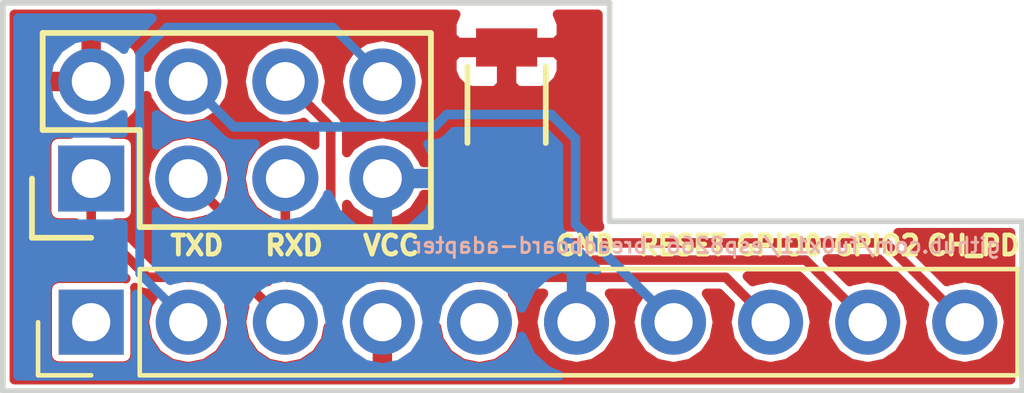
<source format=kicad_pcb>
(kicad_pcb (version 4) (host pcbnew 4.0.5-e0-6337~49~ubuntu16.04.1)

  (general
    (links 10)
    (no_connects 0)
    (area 77.516667 108.88 107.581401 126.17)
    (thickness 1.6)
    (drawings 15)
    (tracks 37)
    (zones 0)
    (modules 3)
    (nets 11)
  )

  (page A4)
  (layers
    (0 F.Cu signal)
    (31 B.Cu signal)
    (32 B.Adhes user)
    (33 F.Adhes user)
    (34 B.Paste user)
    (35 F.Paste user)
    (36 B.SilkS user hide)
    (37 F.SilkS user hide)
    (38 B.Mask user)
    (39 F.Mask user)
    (40 Dwgs.User user)
    (41 Cmts.User user)
    (42 Eco1.User user)
    (43 Eco2.User user)
    (44 Edge.Cuts user)
    (45 Margin user)
    (46 B.CrtYd user)
    (47 F.CrtYd user)
    (48 B.Fab user)
    (49 F.Fab user)
  )

  (setup
    (last_trace_width 0.23)
    (trace_clearance 0.17)
    (zone_clearance 0.1)
    (zone_45_only no)
    (trace_min 0.2)
    (segment_width 0.2)
    (edge_width 0.15)
    (via_size 0.6)
    (via_drill 0.4)
    (via_min_size 0.4)
    (via_min_drill 0.3)
    (uvia_size 0.3)
    (uvia_drill 0.1)
    (uvias_allowed no)
    (uvia_min_size 0.2)
    (uvia_min_drill 0.1)
    (pcb_text_width 0.3)
    (pcb_text_size 1.5 1.5)
    (mod_edge_width 0.15)
    (mod_text_size 1 1)
    (mod_text_width 0.15)
    (pad_size 1.524 1.524)
    (pad_drill 0.762)
    (pad_to_mask_clearance 0.2)
    (aux_axis_origin 0 0)
    (visible_elements 7FFFFFFF)
    (pcbplotparams
      (layerselection 0x00030_80000001)
      (usegerberextensions false)
      (excludeedgelayer true)
      (linewidth 0.100000)
      (plotframeref false)
      (viasonmask false)
      (mode 1)
      (useauxorigin false)
      (hpglpennumber 1)
      (hpglpenspeed 20)
      (hpglpendiameter 15)
      (hpglpenoverlay 2)
      (psnegative false)
      (psa4output false)
      (plotreference true)
      (plotvalue true)
      (plotinvisibletext false)
      (padsonsilk false)
      (subtractmaskfromsilk false)
      (outputformat 1)
      (mirror false)
      (drillshape 0)
      (scaleselection 1)
      (outputdirectory ""))
  )

  (net 0 "")
  (net 1 RXD)
  (net 2 VCC)
  (net 3 GPIO0)
  (net 4 RESET)
  (net 5 GPIO2)
  (net 6 CH_PD)
  (net 7 GND)
  (net 8 TXD)
  (net 9 "Net-(P2-Pad1)")
  (net 10 "Net-(P2-Pad5)")

  (net_class Default "This is the default net class."
    (clearance 0.17)
    (trace_width 0.23)
    (via_dia 0.6)
    (via_drill 0.4)
    (uvia_dia 0.3)
    (uvia_drill 0.1)
    (add_net CH_PD)
    (add_net GND)
    (add_net GPIO0)
    (add_net GPIO2)
    (add_net "Net-(P2-Pad1)")
    (add_net "Net-(P2-Pad5)")
    (add_net RESET)
    (add_net RXD)
    (add_net TXD)
    (add_net VCC)
  )

  (module Pin_Headers:Pin_Header_Straight_2x04 (layer F.Cu) (tedit 586387AA) (tstamp 5862B685)
    (at 82.9564 116.9924 90)
    (descr "Through hole pin header")
    (tags "pin header")
    (path /585E6580)
    (fp_text reference P1 (at 7.1374 -4.2164 180) (layer F.SilkS)
      (effects (font (size 1 1) (thickness 0.15)))
    )
    (fp_text value CONN_02X04 (at 5.8674 -0.4064 180) (layer F.Fab) hide
      (effects (font (size 1 1) (thickness 0.15)))
    )
    (fp_line (start -1.75 -1.75) (end -1.75 9.4) (layer F.CrtYd) (width 0.05))
    (fp_line (start 4.3 -1.75) (end 4.3 9.4) (layer F.CrtYd) (width 0.05))
    (fp_line (start -1.75 -1.75) (end 4.3 -1.75) (layer F.CrtYd) (width 0.05))
    (fp_line (start -1.75 9.4) (end 4.3 9.4) (layer F.CrtYd) (width 0.05))
    (fp_line (start -1.27 1.27) (end -1.27 8.89) (layer F.SilkS) (width 0.15))
    (fp_line (start -1.27 8.89) (end 3.81 8.89) (layer F.SilkS) (width 0.15))
    (fp_line (start 3.81 8.89) (end 3.81 -1.27) (layer F.SilkS) (width 0.15))
    (fp_line (start 3.81 -1.27) (end 1.27 -1.27) (layer F.SilkS) (width 0.15))
    (fp_line (start 0 -1.55) (end -1.55 -1.55) (layer F.SilkS) (width 0.15))
    (fp_line (start 1.27 -1.27) (end 1.27 1.27) (layer F.SilkS) (width 0.15))
    (fp_line (start 1.27 1.27) (end -1.27 1.27) (layer F.SilkS) (width 0.15))
    (fp_line (start -1.55 -1.55) (end -1.55 0) (layer F.SilkS) (width 0.15))
    (pad 1 thru_hole rect (at 0 0 90) (size 1.7272 1.7272) (drill 1.016) (layers *.Cu *.Mask)
      (net 1 RXD))
    (pad 2 thru_hole oval (at 2.54 0 90) (size 1.7272 1.7272) (drill 1.016) (layers *.Cu *.Mask)
      (net 2 VCC))
    (pad 3 thru_hole oval (at 0 2.54 90) (size 1.7272 1.7272) (drill 1.016) (layers *.Cu *.Mask)
      (net 3 GPIO0))
    (pad 4 thru_hole oval (at 2.54 2.54 90) (size 1.7272 1.7272) (drill 1.016) (layers *.Cu *.Mask)
      (net 4 RESET))
    (pad 5 thru_hole oval (at 0 5.08 90) (size 1.7272 1.7272) (drill 1.016) (layers *.Cu *.Mask)
      (net 5 GPIO2))
    (pad 6 thru_hole oval (at 2.54 5.08 90) (size 1.7272 1.7272) (drill 1.016) (layers *.Cu *.Mask)
      (net 6 CH_PD))
    (pad 7 thru_hole oval (at 0 7.62 90) (size 1.7272 1.7272) (drill 1.016) (layers *.Cu *.Mask)
      (net 7 GND))
    (pad 8 thru_hole oval (at 2.54 7.62 90) (size 1.7272 1.7272) (drill 1.016) (layers *.Cu *.Mask)
      (net 8 TXD))
    (model Pin_Headers.3dshapes/Pin_Header_Straight_2x04.wrl
      (at (xyz 0.05 -0.15 0))
      (scale (xyz 1 1 1))
      (rotate (xyz 0 0 90))
    )
  )

  (module Capacitors_SMD:C_1206 (layer F.Cu) (tedit 5863879D) (tstamp 5862B679)
    (at 93.8276 115.062 270)
    (descr "Capacitor SMD 1206, reflow soldering, AVX (see smccp.pdf)")
    (tags "capacitor 1206")
    (path /585F8F92)
    (attr smd)
    (fp_text reference C1 (at -2.794 -5.4864 360) (layer F.SilkS) hide
      (effects (font (size 1 1) (thickness 0.15)))
    )
    (fp_text value 100u (at -1.7145 -6.1849 360) (layer F.Fab) hide
      (effects (font (size 1 1) (thickness 0.15)))
    )
    (fp_line (start -1.6 0.8) (end -1.6 -0.8) (layer F.Fab) (width 0.15))
    (fp_line (start 1.6 0.8) (end -1.6 0.8) (layer F.Fab) (width 0.15))
    (fp_line (start 1.6 -0.8) (end 1.6 0.8) (layer F.Fab) (width 0.15))
    (fp_line (start -1.6 -0.8) (end 1.6 -0.8) (layer F.Fab) (width 0.15))
    (fp_line (start -2.3 -1.15) (end 2.3 -1.15) (layer F.CrtYd) (width 0.05))
    (fp_line (start -2.3 1.15) (end 2.3 1.15) (layer F.CrtYd) (width 0.05))
    (fp_line (start -2.3 -1.15) (end -2.3 1.15) (layer F.CrtYd) (width 0.05))
    (fp_line (start 2.3 -1.15) (end 2.3 1.15) (layer F.CrtYd) (width 0.05))
    (fp_line (start 1 -1.025) (end -1 -1.025) (layer F.SilkS) (width 0.15))
    (fp_line (start -1 1.025) (end 1 1.025) (layer F.SilkS) (width 0.15))
    (pad 1 smd rect (at -1.5 0 270) (size 1 1.6) (layers F.Cu F.Paste F.Mask)
      (net 2 VCC))
    (pad 2 smd rect (at 1.5 0 270) (size 1 1.6) (layers F.Cu F.Paste F.Mask)
      (net 7 GND))
    (model Capacitors_SMD.3dshapes/C_1206.wrl
      (at (xyz 0 0 0))
      (scale (xyz 1 1 1))
      (rotate (xyz 0 0 0))
    )
  )

  (module Pin_Headers:Pin_Header_Straight_1x10_Pitch2.54mm (layer F.Cu) (tedit 586387B1) (tstamp 58637467)
    (at 82.9564 120.7516 90)
    (descr "Through hole straight pin header, 1x10, 2.54mm pitch, single row")
    (tags "Through hole pin header THT 1x10 2.54mm single row")
    (path /5862AFF5)
    (fp_text reference P2 (at -3.0734 0.2286 180) (layer F.SilkS) hide
      (effects (font (size 1 1) (thickness 0.15)))
    )
    (fp_text value CONN_01X10 (at -4.3434 4.0386 180) (layer F.Fab) hide
      (effects (font (size 1 1) (thickness 0.15)))
    )
    (fp_line (start -1.27 -1.27) (end -1.27 24.13) (layer F.Fab) (width 0.1))
    (fp_line (start -1.27 24.13) (end 1.27 24.13) (layer F.Fab) (width 0.1))
    (fp_line (start 1.27 24.13) (end 1.27 -1.27) (layer F.Fab) (width 0.1))
    (fp_line (start 1.27 -1.27) (end -1.27 -1.27) (layer F.Fab) (width 0.1))
    (fp_line (start -1.39 1.27) (end -1.39 24.25) (layer F.SilkS) (width 0.12))
    (fp_line (start -1.39 24.25) (end 1.39 24.25) (layer F.SilkS) (width 0.12))
    (fp_line (start 1.39 24.25) (end 1.39 1.27) (layer F.SilkS) (width 0.12))
    (fp_line (start 1.39 1.27) (end -1.39 1.27) (layer F.SilkS) (width 0.12))
    (fp_line (start -1.39 0) (end -1.39 -1.39) (layer F.SilkS) (width 0.12))
    (fp_line (start -1.39 -1.39) (end 0 -1.39) (layer F.SilkS) (width 0.12))
    (fp_line (start -1.6 -1.6) (end -1.6 24.4) (layer F.CrtYd) (width 0.05))
    (fp_line (start -1.6 24.4) (end 1.6 24.4) (layer F.CrtYd) (width 0.05))
    (fp_line (start 1.6 24.4) (end 1.6 -1.6) (layer F.CrtYd) (width 0.05))
    (fp_line (start 1.6 -1.6) (end -1.6 -1.6) (layer F.CrtYd) (width 0.05))
    (pad 1 thru_hole rect (at 0 0 90) (size 1.7 1.7) (drill 1) (layers *.Cu *.Mask)
      (net 9 "Net-(P2-Pad1)"))
    (pad 2 thru_hole oval (at 0 2.54 90) (size 1.7 1.7) (drill 1) (layers *.Cu *.Mask)
      (net 8 TXD))
    (pad 3 thru_hole oval (at 0 5.08 90) (size 1.7 1.7) (drill 1) (layers *.Cu *.Mask)
      (net 1 RXD))
    (pad 4 thru_hole oval (at 0 7.62 90) (size 1.7 1.7) (drill 1) (layers *.Cu *.Mask)
      (net 2 VCC))
    (pad 5 thru_hole oval (at 0 10.16 90) (size 1.7 1.7) (drill 1) (layers *.Cu *.Mask)
      (net 10 "Net-(P2-Pad5)"))
    (pad 6 thru_hole oval (at 0 12.7 90) (size 1.7 1.7) (drill 1) (layers *.Cu *.Mask)
      (net 7 GND))
    (pad 7 thru_hole oval (at 0 15.24 90) (size 1.7 1.7) (drill 1) (layers *.Cu *.Mask)
      (net 4 RESET))
    (pad 8 thru_hole oval (at 0 17.78 90) (size 1.7 1.7) (drill 1) (layers *.Cu *.Mask)
      (net 3 GPIO0))
    (pad 9 thru_hole oval (at 0 20.32 90) (size 1.7 1.7) (drill 1) (layers *.Cu *.Mask)
      (net 5 GPIO2))
    (pad 10 thru_hole oval (at 0 22.86 90) (size 1.7 1.7) (drill 1) (layers *.Cu *.Mask)
      (net 6 CH_PD))
    (model Pin_Headers.3dshapes/Pin_Header_Straight_1x10_Pitch2.54mm.wrl
      (at (xyz 0 -0.45 0))
      (scale (xyz 1 1 1))
      (rotate (xyz 0 0 90))
    )
  )

  (gr_text CH_PD (at 106.045 118.745) (layer F.SilkS)
    (effects (font (size 0.5 0.5) (thickness 0.125)))
  )
  (gr_text GPIO2 (at 103.505 118.745) (layer F.SilkS)
    (effects (font (size 0.5 0.5) (thickness 0.125)))
  )
  (gr_text GPIO0 (at 100.965 118.745) (layer F.SilkS)
    (effects (font (size 0.5 0.5) (thickness 0.125)))
  )
  (gr_text RESET (at 98.425 118.745) (layer F.SilkS)
    (effects (font (size 0.5 0.5) (thickness 0.125)))
  )
  (gr_text GND (at 95.885 118.745) (layer F.SilkS)
    (effects (font (size 0.5 0.5) (thickness 0.125)))
  )
  (gr_text VCC (at 90.805 118.745) (layer F.SilkS)
    (effects (font (size 0.5 0.5) (thickness 0.125)))
  )
  (gr_text RXD (at 88.265 118.745) (layer F.SilkS)
    (effects (font (size 0.5 0.5) (thickness 0.125)))
  )
  (gr_text TXD (at 85.725 118.745) (layer F.SilkS)
    (effects (font (size 0.5 0.5) (thickness 0.125)))
  )
  (gr_text github.com/fu0x11/esp8266-breadboard-adapter (at 99.06 118.745) (layer B.SilkS)
    (effects (font (size 0.4 0.4) (thickness 0.075)) (justify mirror))
  )
  (gr_line (start 80.645 122.555) (end 80.645 112.395) (angle 90) (layer Edge.Cuts) (width 0.15))
  (gr_line (start 107.315 122.555) (end 80.645 122.555) (angle 90) (layer Edge.Cuts) (width 0.15))
  (gr_line (start 107.315 118.11) (end 107.315 122.555) (angle 90) (layer Edge.Cuts) (width 0.15))
  (gr_line (start 96.52 118.11) (end 107.315 118.11) (angle 90) (layer Edge.Cuts) (width 0.15))
  (gr_line (start 96.52 112.395) (end 96.52 118.11) (angle 90) (layer Edge.Cuts) (width 0.15))
  (gr_line (start 80.645 112.395) (end 96.52 112.395) (angle 90) (layer Edge.Cuts) (width 0.15))

  (segment (start 87.186401 119.901601) (end 88.0364 120.7516) (width 0.25) (layer F.Cu) (net 1))
  (segment (start 86.547876 119.901601) (end 87.186401 119.901601) (width 0.25) (layer F.Cu) (net 1))
  (segment (start 84.426411 119.576011) (end 86.222286 119.576011) (width 0.25) (layer F.Cu) (net 1))
  (segment (start 82.9564 118.106) (end 84.426411 119.576011) (width 0.25) (layer F.Cu) (net 1))
  (segment (start 82.9564 116.9924) (end 82.9564 118.106) (width 0.25) (layer F.Cu) (net 1))
  (segment (start 86.222286 119.576011) (end 86.547876 119.901601) (width 0.25) (layer F.Cu) (net 1))
  (segment (start 90.5764 120.7516) (end 90.043 120.7516) (width 0.23) (layer F.Cu) (net 2))
  (segment (start 99.886401 119.901601) (end 100.7364 120.7516) (width 0.25) (layer F.Cu) (net 3))
  (segment (start 85.4964 116.9924) (end 88.080599 119.576599) (width 0.25) (layer F.Cu) (net 3))
  (segment (start 88.080599 119.576599) (end 99.561399 119.576599) (width 0.25) (layer F.Cu) (net 3))
  (segment (start 99.561399 119.576599) (end 99.886401 119.901601) (width 0.25) (layer F.Cu) (net 3))
  (segment (start 95.631 115.951) (end 95.631 118.1862) (width 0.25) (layer B.Cu) (net 4))
  (segment (start 95.631 118.1862) (end 98.1964 120.7516) (width 0.25) (layer B.Cu) (net 4))
  (segment (start 94.996 115.316) (end 95.631 115.951) (width 0.25) (layer B.Cu) (net 4))
  (segment (start 92.2655 115.316) (end 94.996 115.316) (width 0.25) (layer B.Cu) (net 4))
  (segment (start 91.940499 115.641001) (end 92.2655 115.316) (width 0.25) (layer B.Cu) (net 4))
  (segment (start 85.4964 114.4524) (end 86.685001 115.641001) (width 0.25) (layer B.Cu) (net 4))
  (segment (start 86.685001 115.641001) (end 91.940499 115.641001) (width 0.25) (layer B.Cu) (net 4))
  (segment (start 102.426401 119.901601) (end 103.2764 120.7516) (width 0.25) (layer F.Cu) (net 5))
  (segment (start 101.651388 119.126588) (end 102.426401 119.901601) (width 0.25) (layer F.Cu) (net 5))
  (segment (start 88.949274 119.126588) (end 101.651388 119.126588) (width 0.25) (layer F.Cu) (net 5))
  (segment (start 88.0364 118.213714) (end 88.949274 119.126588) (width 0.25) (layer F.Cu) (net 5))
  (segment (start 88.0364 116.9924) (end 88.0364 118.213714) (width 0.25) (layer F.Cu) (net 5))
  (segment (start 89.225001 118.308001) (end 89.593577 118.676577) (width 0.25) (layer F.Cu) (net 6))
  (segment (start 104.966401 119.901601) (end 105.8164 120.7516) (width 0.25) (layer F.Cu) (net 6))
  (segment (start 88.0364 114.4524) (end 89.225001 115.641001) (width 0.25) (layer F.Cu) (net 6))
  (segment (start 89.593577 118.676577) (end 103.741377 118.676577) (width 0.25) (layer F.Cu) (net 6))
  (segment (start 89.225001 115.641001) (end 89.225001 118.308001) (width 0.25) (layer F.Cu) (net 6))
  (segment (start 103.741377 118.676577) (end 104.966401 119.901601) (width 0.25) (layer F.Cu) (net 6))
  (segment (start 90.5764 116.9924) (end 93.3972 116.9924) (width 0.25) (layer F.Cu) (net 7))
  (segment (start 93.3972 116.9924) (end 93.8276 116.562) (width 0.25) (layer F.Cu) (net 7))
  (segment (start 90.5764 114.4524) (end 90.5764 114.3254) (width 0.23) (layer B.Cu) (net 8))
  (segment (start 90.5764 114.3254) (end 89.281 113.03) (width 0.23) (layer B.Cu) (net 8) (tstamp 5863D904))
  (segment (start 89.281 113.03) (end 84.9376 113.03) (width 0.23) (layer B.Cu) (net 8) (tstamp 5863D906))
  (segment (start 84.9376 113.03) (end 84.2264 113.7412) (width 0.23) (layer B.Cu) (net 8) (tstamp 5863D90D))
  (segment (start 84.2264 113.7412) (end 84.2264 119.4816) (width 0.23) (layer B.Cu) (net 8) (tstamp 5863D910))
  (segment (start 84.2264 119.4816) (end 85.4964 120.7516) (width 0.23) (layer B.Cu) (net 8) (tstamp 5863D91E))

  (zone (net 2) (net_name VCC) (layer F.Cu) (tstamp 586380AB) (hatch edge 0.508)
    (connect_pads (clearance 0.1))
    (min_thickness 0.254)
    (fill yes (arc_segments 16) (thermal_gap 0.508) (thermal_bridge_width 0.508))
    (polygon
      (pts
        (xy 96.3422 118.11) (xy 107.315 118.11) (xy 107.315 122.5804) (xy 80.645 122.5804) (xy 80.645 112.395)
        (xy 96.3422 112.395)
      )
    )
    (filled_polygon
      (pts
        (xy 92.489273 112.702302) (xy 92.3926 112.935691) (xy 92.3926 113.27625) (xy 92.55135 113.435) (xy 93.7006 113.435)
        (xy 93.7006 113.415) (xy 93.9546 113.415) (xy 93.9546 113.435) (xy 95.10385 113.435) (xy 95.2626 113.27625)
        (xy 95.2626 112.935691) (xy 95.165927 112.702302) (xy 95.160625 112.697) (xy 96.2152 112.697) (xy 96.2152 118.11)
        (xy 96.225206 118.15941) (xy 96.228905 118.164824) (xy 96.240988 118.22557) (xy 96.26037 118.254577) (xy 89.768375 118.254577)
        (xy 89.647001 118.133203) (xy 89.647001 117.673078) (xy 89.755732 117.835805) (xy 90.132258 118.087392) (xy 90.5764 118.175737)
        (xy 91.020542 118.087392) (xy 91.397068 117.835805) (xy 91.648655 117.459279) (xy 91.657582 117.4144) (xy 93.3972 117.4144)
        (xy 93.558693 117.382277) (xy 93.584822 117.364818) (xy 94.6276 117.364818) (xy 94.737661 117.344109) (xy 94.838746 117.279062)
        (xy 94.90656 117.179813) (xy 94.930418 117.062) (xy 94.930418 116.062) (xy 94.909709 115.951939) (xy 94.844662 115.850854)
        (xy 94.745413 115.78304) (xy 94.6276 115.759182) (xy 93.0276 115.759182) (xy 92.917539 115.779891) (xy 92.816454 115.844938)
        (xy 92.74864 115.944187) (xy 92.724782 116.062) (xy 92.724782 116.5704) (xy 91.657582 116.5704) (xy 91.648655 116.525521)
        (xy 91.397068 116.148995) (xy 91.020542 115.897408) (xy 90.5764 115.809063) (xy 90.132258 115.897408) (xy 89.755732 116.148995)
        (xy 89.647001 116.311722) (xy 89.647001 115.641001) (xy 89.614878 115.479509) (xy 89.5234 115.342602) (xy 89.105219 114.924421)
        (xy 89.108655 114.919279) (xy 89.197 114.475137) (xy 89.197 114.429663) (xy 89.4158 114.429663) (xy 89.4158 114.475137)
        (xy 89.504145 114.919279) (xy 89.755732 115.295805) (xy 90.132258 115.547392) (xy 90.5764 115.635737) (xy 91.020542 115.547392)
        (xy 91.397068 115.295805) (xy 91.648655 114.919279) (xy 91.737 114.475137) (xy 91.737 114.429663) (xy 91.648655 113.985521)
        (xy 91.5566 113.84775) (xy 92.3926 113.84775) (xy 92.3926 114.188309) (xy 92.489273 114.421698) (xy 92.667901 114.600327)
        (xy 92.90129 114.697) (xy 93.54185 114.697) (xy 93.7006 114.53825) (xy 93.7006 113.689) (xy 93.9546 113.689)
        (xy 93.9546 114.53825) (xy 94.11335 114.697) (xy 94.75391 114.697) (xy 94.987299 114.600327) (xy 95.165927 114.421698)
        (xy 95.2626 114.188309) (xy 95.2626 113.84775) (xy 95.10385 113.689) (xy 93.9546 113.689) (xy 93.7006 113.689)
        (xy 92.55135 113.689) (xy 92.3926 113.84775) (xy 91.5566 113.84775) (xy 91.397068 113.608995) (xy 91.020542 113.357408)
        (xy 90.5764 113.269063) (xy 90.132258 113.357408) (xy 89.755732 113.608995) (xy 89.504145 113.985521) (xy 89.4158 114.429663)
        (xy 89.197 114.429663) (xy 89.108655 113.985521) (xy 88.857068 113.608995) (xy 88.480542 113.357408) (xy 88.0364 113.269063)
        (xy 87.592258 113.357408) (xy 87.215732 113.608995) (xy 86.964145 113.985521) (xy 86.8758 114.429663) (xy 86.8758 114.475137)
        (xy 86.964145 114.919279) (xy 87.215732 115.295805) (xy 87.592258 115.547392) (xy 88.0364 115.635737) (xy 88.480542 115.547392)
        (xy 88.512944 115.525742) (xy 88.803001 115.815799) (xy 88.803001 116.112869) (xy 88.480542 115.897408) (xy 88.0364 115.809063)
        (xy 87.592258 115.897408) (xy 87.215732 116.148995) (xy 86.964145 116.525521) (xy 86.8758 116.969663) (xy 86.8758 117.015137)
        (xy 86.964145 117.459279) (xy 87.215732 117.835805) (xy 87.592258 118.087392) (xy 87.6144 118.091796) (xy 87.6144 118.213714)
        (xy 87.646523 118.375207) (xy 87.738001 118.512113) (xy 88.380487 119.154599) (xy 88.255397 119.154599) (xy 86.565219 117.464421)
        (xy 86.568655 117.459279) (xy 86.657 117.015137) (xy 86.657 116.969663) (xy 86.568655 116.525521) (xy 86.317068 116.148995)
        (xy 85.940542 115.897408) (xy 85.4964 115.809063) (xy 85.052258 115.897408) (xy 84.675732 116.148995) (xy 84.424145 116.525521)
        (xy 84.3358 116.969663) (xy 84.3358 117.015137) (xy 84.424145 117.459279) (xy 84.675732 117.835805) (xy 85.052258 118.087392)
        (xy 85.4964 118.175737) (xy 85.940542 118.087392) (xy 85.972944 118.065742) (xy 87.584981 119.677779) (xy 87.569632 119.688034)
        (xy 87.4848 119.603202) (xy 87.347894 119.511724) (xy 87.186401 119.479601) (xy 86.722674 119.479601) (xy 86.520685 119.277612)
        (xy 86.383779 119.186134) (xy 86.222286 119.154011) (xy 84.601209 119.154011) (xy 83.606016 118.158818) (xy 83.82 118.158818)
        (xy 83.930061 118.138109) (xy 84.031146 118.073062) (xy 84.09896 117.973813) (xy 84.122818 117.856) (xy 84.122818 116.1288)
        (xy 84.102109 116.018739) (xy 84.037062 115.917654) (xy 83.937813 115.84984) (xy 83.82 115.825982) (xy 83.511897 115.825982)
        (xy 83.731347 115.735088) (xy 84.163221 115.34089) (xy 84.405277 114.824423) (xy 84.424145 114.919279) (xy 84.675732 115.295805)
        (xy 85.052258 115.547392) (xy 85.4964 115.635737) (xy 85.940542 115.547392) (xy 86.317068 115.295805) (xy 86.568655 114.919279)
        (xy 86.657 114.475137) (xy 86.657 114.429663) (xy 86.568655 113.985521) (xy 86.317068 113.608995) (xy 85.940542 113.357408)
        (xy 85.4964 113.269063) (xy 85.052258 113.357408) (xy 84.675732 113.608995) (xy 84.424145 113.985521) (xy 84.405277 114.080377)
        (xy 84.163221 113.56391) (xy 83.731347 113.169712) (xy 83.315426 112.997442) (xy 83.0834 113.118583) (xy 83.0834 114.3254)
        (xy 83.1034 114.3254) (xy 83.1034 114.5794) (xy 83.0834 114.5794) (xy 83.0834 114.5994) (xy 82.8294 114.5994)
        (xy 82.8294 114.5794) (xy 81.621931 114.5794) (xy 81.501432 114.811427) (xy 81.749579 115.34089) (xy 82.181453 115.735088)
        (xy 82.400903 115.825982) (xy 82.0928 115.825982) (xy 81.982739 115.846691) (xy 81.881654 115.911738) (xy 81.81384 116.010987)
        (xy 81.789982 116.1288) (xy 81.789982 117.856) (xy 81.810691 117.966061) (xy 81.875738 118.067146) (xy 81.974987 118.13496)
        (xy 82.0928 118.158818) (xy 82.544906 118.158818) (xy 82.566523 118.267493) (xy 82.658001 118.404399) (xy 83.864061 119.610459)
        (xy 83.8064 119.598782) (xy 82.1064 119.598782) (xy 81.996339 119.619491) (xy 81.895254 119.684538) (xy 81.82744 119.783787)
        (xy 81.803582 119.9016) (xy 81.803582 121.6016) (xy 81.824291 121.711661) (xy 81.889338 121.812746) (xy 81.988587 121.88056)
        (xy 82.1064 121.904418) (xy 83.8064 121.904418) (xy 83.916461 121.883709) (xy 84.017546 121.818662) (xy 84.08536 121.719413)
        (xy 84.109218 121.6016) (xy 84.109218 119.9016) (xy 84.09856 119.844958) (xy 84.128012 119.87441) (xy 84.264919 119.965888)
        (xy 84.426411 119.998011) (xy 84.631939 119.998011) (xy 84.43671 120.290191) (xy 84.3494 120.729129) (xy 84.3494 120.774071)
        (xy 84.43671 121.213009) (xy 84.685349 121.585122) (xy 85.057462 121.833761) (xy 85.4964 121.921071) (xy 85.935338 121.833761)
        (xy 86.307451 121.585122) (xy 86.55609 121.213009) (xy 86.6434 120.774071) (xy 86.6434 120.729129) (xy 86.562736 120.323601)
        (xy 86.970064 120.323601) (xy 86.8894 120.729129) (xy 86.8894 120.774071) (xy 86.97671 121.213009) (xy 87.225349 121.585122)
        (xy 87.597462 121.833761) (xy 88.0364 121.921071) (xy 88.475338 121.833761) (xy 88.847451 121.585122) (xy 89.09609 121.213009)
        (xy 89.162608 120.878602) (xy 89.25558 120.878602) (xy 89.134914 121.108492) (xy 89.381217 121.632958) (xy 89.809476 122.023245)
        (xy 90.21951 122.193076) (xy 90.4494 122.071755) (xy 90.4494 120.8786) (xy 90.4294 120.8786) (xy 90.4294 120.6246)
        (xy 90.4494 120.6246) (xy 90.4494 120.6046) (xy 90.7034 120.6046) (xy 90.7034 120.6246) (xy 90.7234 120.6246)
        (xy 90.7234 120.8786) (xy 90.7034 120.8786) (xy 90.7034 122.071755) (xy 90.93329 122.193076) (xy 91.343324 122.023245)
        (xy 91.771583 121.632958) (xy 92.017886 121.108492) (xy 91.89722 120.878602) (xy 91.990192 120.878602) (xy 92.05671 121.213009)
        (xy 92.305349 121.585122) (xy 92.677462 121.833761) (xy 93.1164 121.921071) (xy 93.555338 121.833761) (xy 93.927451 121.585122)
        (xy 94.17609 121.213009) (xy 94.2634 120.774071) (xy 94.2634 120.729129) (xy 94.17609 120.290191) (xy 93.981254 119.998599)
        (xy 94.791546 119.998599) (xy 94.59671 120.290191) (xy 94.5094 120.729129) (xy 94.5094 120.774071) (xy 94.59671 121.213009)
        (xy 94.845349 121.585122) (xy 95.217462 121.833761) (xy 95.6564 121.921071) (xy 96.095338 121.833761) (xy 96.467451 121.585122)
        (xy 96.71609 121.213009) (xy 96.8034 120.774071) (xy 96.8034 120.729129) (xy 96.71609 120.290191) (xy 96.521254 119.998599)
        (xy 97.331546 119.998599) (xy 97.13671 120.290191) (xy 97.0494 120.729129) (xy 97.0494 120.774071) (xy 97.13671 121.213009)
        (xy 97.385349 121.585122) (xy 97.757462 121.833761) (xy 98.1964 121.921071) (xy 98.635338 121.833761) (xy 99.007451 121.585122)
        (xy 99.25609 121.213009) (xy 99.3434 120.774071) (xy 99.3434 120.729129) (xy 99.25609 120.290191) (xy 99.061254 119.998599)
        (xy 99.386601 119.998599) (xy 99.677304 120.289302) (xy 99.67671 120.290191) (xy 99.5894 120.729129) (xy 99.5894 120.774071)
        (xy 99.67671 121.213009) (xy 99.925349 121.585122) (xy 100.297462 121.833761) (xy 100.7364 121.921071) (xy 101.175338 121.833761)
        (xy 101.547451 121.585122) (xy 101.79609 121.213009) (xy 101.8834 120.774071) (xy 101.8834 120.729129) (xy 101.79609 120.290191)
        (xy 101.547451 119.918078) (xy 101.175338 119.669439) (xy 100.7364 119.582129) (xy 100.297462 119.669439) (xy 100.269632 119.688034)
        (xy 100.130186 119.548588) (xy 101.47659 119.548588) (xy 102.217304 120.289302) (xy 102.21671 120.290191) (xy 102.1294 120.729129)
        (xy 102.1294 120.774071) (xy 102.21671 121.213009) (xy 102.465349 121.585122) (xy 102.837462 121.833761) (xy 103.2764 121.921071)
        (xy 103.715338 121.833761) (xy 104.087451 121.585122) (xy 104.33609 121.213009) (xy 104.4234 120.774071) (xy 104.4234 120.729129)
        (xy 104.33609 120.290191) (xy 104.087451 119.918078) (xy 103.715338 119.669439) (xy 103.2764 119.582129) (xy 102.837462 119.669439)
        (xy 102.809632 119.688034) (xy 102.220175 119.098577) (xy 103.566579 119.098577) (xy 104.757304 120.289302) (xy 104.75671 120.290191)
        (xy 104.6694 120.729129) (xy 104.6694 120.774071) (xy 104.75671 121.213009) (xy 105.005349 121.585122) (xy 105.377462 121.833761)
        (xy 105.8164 121.921071) (xy 106.255338 121.833761) (xy 106.627451 121.585122) (xy 106.87609 121.213009) (xy 106.9634 120.774071)
        (xy 106.9634 120.729129) (xy 106.87609 120.290191) (xy 106.627451 119.918078) (xy 106.255338 119.669439) (xy 105.8164 119.582129)
        (xy 105.377462 119.669439) (xy 105.349632 119.688034) (xy 104.073598 118.412) (xy 107.013 118.412) (xy 107.013 122.253)
        (xy 80.947 122.253) (xy 80.947 114.093373) (xy 81.501432 114.093373) (xy 81.621931 114.3254) (xy 82.8294 114.3254)
        (xy 82.8294 113.118583) (xy 82.597374 112.997442) (xy 82.181453 113.169712) (xy 81.749579 113.56391) (xy 81.501432 114.093373)
        (xy 80.947 114.093373) (xy 80.947 112.697) (xy 92.494575 112.697)
      )
    )
  )
  (zone (net 7) (net_name GND) (layer B.Cu) (tstamp 586380BA) (hatch edge 0.508)
    (connect_pads (clearance 0.2))
    (min_thickness 0.254)
    (fill yes (arc_segments 16) (thermal_gap 0.508) (thermal_bridge_width 0.508))
    (polygon
      (pts
        (xy 96.3422 118.11) (xy 107.315 118.11) (xy 107.315 122.555) (xy 80.645 122.555) (xy 80.645 112.395)
        (xy 96.3422 112.395)
      )
    )
    (filled_polygon
      (pts
        (xy 83.913859 113.428659) (xy 83.818045 113.572054) (xy 83.81119 113.606514) (xy 83.798281 113.587194) (xy 83.412023 113.329104)
        (xy 82.9564 113.238475) (xy 82.500777 113.329104) (xy 82.114519 113.587194) (xy 81.856429 113.973452) (xy 81.7658 114.429075)
        (xy 81.7658 114.475725) (xy 81.856429 114.931348) (xy 82.114519 115.317606) (xy 82.500777 115.575696) (xy 82.9564 115.666325)
        (xy 83.412023 115.575696) (xy 83.7844 115.326881) (xy 83.7844 115.795394) (xy 82.0928 115.795394) (xy 81.971621 115.818195)
        (xy 81.860326 115.889812) (xy 81.785662 115.999086) (xy 81.759394 116.1288) (xy 81.759394 117.856) (xy 81.782195 117.977179)
        (xy 81.853812 118.088474) (xy 81.963086 118.163138) (xy 82.0928 118.189406) (xy 83.7844 118.189406) (xy 83.7844 119.4816)
        (xy 83.801624 119.568194) (xy 82.1064 119.568194) (xy 81.985221 119.590995) (xy 81.873926 119.662612) (xy 81.799262 119.771886)
        (xy 81.772994 119.9016) (xy 81.772994 121.6016) (xy 81.795795 121.722779) (xy 81.867412 121.834074) (xy 81.976686 121.908738)
        (xy 82.1064 121.935006) (xy 83.8064 121.935006) (xy 83.927579 121.912205) (xy 84.038874 121.840588) (xy 84.113538 121.731314)
        (xy 84.139806 121.6016) (xy 84.139806 120.020088) (xy 84.407144 120.287426) (xy 84.3194 120.728541) (xy 84.3194 120.774659)
        (xy 84.408994 121.225077) (xy 84.664135 121.606924) (xy 85.045982 121.862065) (xy 85.4964 121.951659) (xy 85.946818 121.862065)
        (xy 86.328665 121.606924) (xy 86.583806 121.225077) (xy 86.6734 120.774659) (xy 86.6734 120.728541) (xy 86.8594 120.728541)
        (xy 86.8594 120.774659) (xy 86.948994 121.225077) (xy 87.204135 121.606924) (xy 87.585982 121.862065) (xy 88.0364 121.951659)
        (xy 88.486818 121.862065) (xy 88.868665 121.606924) (xy 89.123806 121.225077) (xy 89.2134 120.774659) (xy 89.2134 120.728541)
        (xy 89.3994 120.728541) (xy 89.3994 120.774659) (xy 89.488994 121.225077) (xy 89.744135 121.606924) (xy 90.125982 121.862065)
        (xy 90.5764 121.951659) (xy 91.026818 121.862065) (xy 91.408665 121.606924) (xy 91.663806 121.225077) (xy 91.7534 120.774659)
        (xy 91.7534 120.728541) (xy 91.663806 120.278123) (xy 91.408665 119.896276) (xy 91.026818 119.641135) (xy 90.5764 119.551541)
        (xy 90.125982 119.641135) (xy 89.744135 119.896276) (xy 89.488994 120.278123) (xy 89.3994 120.728541) (xy 89.2134 120.728541)
        (xy 89.123806 120.278123) (xy 88.868665 119.896276) (xy 88.486818 119.641135) (xy 88.0364 119.551541) (xy 87.585982 119.641135)
        (xy 87.204135 119.896276) (xy 86.948994 120.278123) (xy 86.8594 120.728541) (xy 86.6734 120.728541) (xy 86.583806 120.278123)
        (xy 86.328665 119.896276) (xy 85.946818 119.641135) (xy 85.4964 119.551541) (xy 85.045982 119.641135) (xy 85.025022 119.65514)
        (xy 84.6684 119.298518) (xy 84.6684 117.866881) (xy 85.040777 118.115696) (xy 85.4964 118.206325) (xy 85.952023 118.115696)
        (xy 86.338281 117.857606) (xy 86.596371 117.471348) (xy 86.687 117.015725) (xy 86.687 116.969075) (xy 86.596371 116.513452)
        (xy 86.338281 116.127194) (xy 85.952023 115.869104) (xy 85.4964 115.778475) (xy 85.040777 115.869104) (xy 84.6684 116.117919)
        (xy 84.6684 115.326881) (xy 85.040777 115.575696) (xy 85.4964 115.666325) (xy 85.952023 115.575696) (xy 85.969077 115.564301)
        (xy 86.365389 115.960614) (xy 86.512028 116.058595) (xy 86.685001 116.093001) (xy 87.245692 116.093001) (xy 87.194519 116.127194)
        (xy 86.936429 116.513452) (xy 86.8458 116.969075) (xy 86.8458 117.015725) (xy 86.936429 117.471348) (xy 87.194519 117.857606)
        (xy 87.580777 118.115696) (xy 88.0364 118.206325) (xy 88.492023 118.115696) (xy 88.878281 117.857606) (xy 89.136371 117.471348)
        (xy 89.148666 117.409536) (xy 89.369579 117.88089) (xy 89.801453 118.275088) (xy 90.217374 118.447358) (xy 90.4494 118.326217)
        (xy 90.4494 117.1194) (xy 90.7034 117.1194) (xy 90.7034 118.326217) (xy 90.935426 118.447358) (xy 91.351347 118.275088)
        (xy 91.783221 117.88089) (xy 92.031368 117.351427) (xy 91.910869 117.1194) (xy 90.7034 117.1194) (xy 90.4494 117.1194)
        (xy 90.4294 117.1194) (xy 90.4294 116.8654) (xy 90.4494 116.8654) (xy 90.4494 116.8454) (xy 90.7034 116.8454)
        (xy 90.7034 116.8654) (xy 91.910869 116.8654) (xy 92.031368 116.633373) (xy 91.783221 116.10391) (xy 91.771269 116.093001)
        (xy 91.940499 116.093001) (xy 92.113472 116.058595) (xy 92.260111 115.960613) (xy 92.452724 115.768) (xy 94.808776 115.768)
        (xy 95.179 116.138225) (xy 95.179 118.1862) (xy 95.213406 118.359173) (xy 95.311388 118.505812) (xy 96.188106 119.382531)
        (xy 96.01329 119.310124) (xy 95.7834 119.431445) (xy 95.7834 120.6246) (xy 95.8034 120.6246) (xy 95.8034 120.8786)
        (xy 95.7834 120.8786) (xy 95.7834 120.8986) (xy 95.5294 120.8986) (xy 95.5294 120.8786) (xy 95.5094 120.8786)
        (xy 95.5094 120.6246) (xy 95.5294 120.6246) (xy 95.5294 119.431445) (xy 95.29951 119.310124) (xy 94.889476 119.479955)
        (xy 94.461217 119.870242) (xy 94.223401 120.376635) (xy 94.203806 120.278123) (xy 93.948665 119.896276) (xy 93.566818 119.641135)
        (xy 93.1164 119.551541) (xy 92.665982 119.641135) (xy 92.284135 119.896276) (xy 92.028994 120.278123) (xy 91.9394 120.728541)
        (xy 91.9394 120.774659) (xy 92.028994 121.225077) (xy 92.284135 121.606924) (xy 92.665982 121.862065) (xy 93.1164 121.951659)
        (xy 93.566818 121.862065) (xy 93.948665 121.606924) (xy 94.203806 121.225077) (xy 94.223401 121.126565) (xy 94.461217 121.632958)
        (xy 94.889476 122.023245) (xy 95.202752 122.153) (xy 81.047 122.153) (xy 81.047 112.797) (xy 84.545518 112.797)
      )
    )
  )
)

</source>
